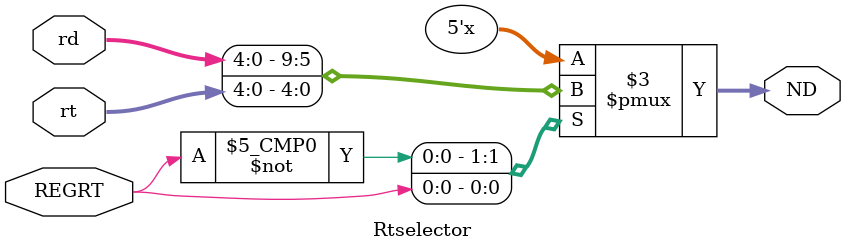
<source format=v>
module Rtselector(rt,rd, REGRT, ND);
	input[4:0] rt;
	input[4:0] rd;
	input REGRT;
	output reg[4:0] ND;

	initial begin
		ND = 0;
	end

	always @(rt or rd) begin
		case(REGRT)
			0:ND = rd;
			1:ND = rt;
			// $display("Rtselector: rd is %b rt is %b REGRT is %b ND is %b",rd,rt,REGRT,ND);
		endcase
		$display("Rtselector: rd is %b rt is %b REGRT is %b ND is %b",rd,rt,REGRT,ND);
		
	end
endmodule
</source>
